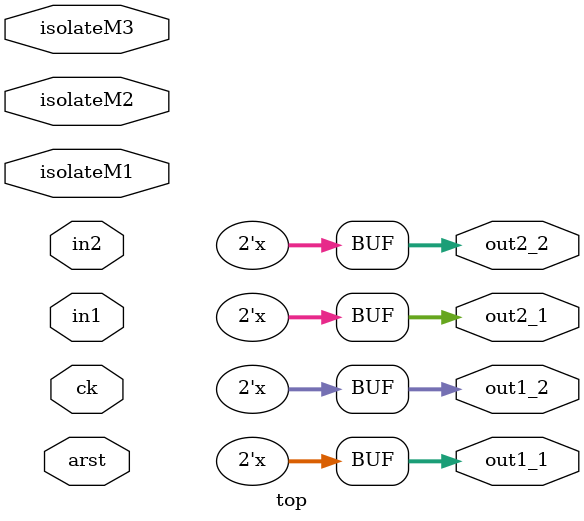
<source format=sv>

module top #(
	parameter BIT_WIDTH = 2)(
        input  logic			ck,
        input  logic			arst,
        input  logic	[BIT_WIDTH-1:0]	in1,
        input  logic	[BIT_WIDTH-1:0]	in2,
        input  logic			isolateM1,
        input  logic			isolateM2,
        input  logic			isolateM3,

        output logic	[BIT_WIDTH-1:0]	out1_1,
        output logic	[BIT_WIDTH-1:0]	out1_2,
        output logic	[BIT_WIDTH-1:0]	out2_1,
        output logic	[BIT_WIDTH-1:0]	out2_2
        );

        /* Interface instantiation */
        in_TimingEngine #(.BIT_WIDTH(BIT_WIDTH)) uin_TimingEngine ();

	genvar ii;
	generate
		for (ii = 0; ii<BIT_WIDTH; ii++) 
		begin : la_top
        		/* Assign inputs  */
        		assign uin_TimingEngine.pllSettled[ii] = in1[ii];
        		assign uin_TimingEngine.tArstFs[ii]    = in2[ii];
			/* Assign outputs */
			assign out1_1[ii] = uin_TimingEngine.radioEnable1[ii];
			assign out1_2[ii] = uin_TimingEngine.radioEnable2[ii];
		        assign out2_1[ii] = uin_TimingEngine.radioRxEn1[ii];
		        assign out2_2[ii] = uin_TimingEngine.radioRxEn2[ii];
		end : la_top
	endgenerate

        /* Module instantiation */
        m1 u_m1 (.ck                    (ck),
                 .arst                  (arst),
                 .uin_TimingEngineS1    (uin_TimingEngine.Stage1));
        m2 u_m2 (.ck            	(ck),
                 .arst          	(arst),
		 .isolateM1M2		(isolateM1),
                 .uin_TimingEngineS2    (uin_TimingEngine.Stage2),
                 .uin_TimingEngineS3    (uin_TimingEngine.Stage3));
	m3 u_m3 (.ck            	(ck),
                 .arst          	(arst),
		 .isolateM1M3		(isolateM1),
                 .uin_TimingEngineS2    (uin_TimingEngine.Stage2),
                 .uin_TimingEngineS4    (uin_TimingEngine.Stage4));
endmodule

</source>
